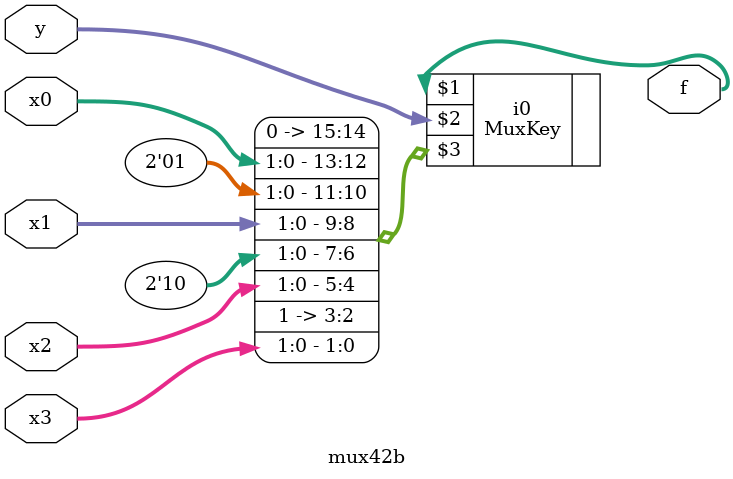
<source format=v>
module mux42b(y,x0,x1,x2,x3,f);
  input [1:0] x0, x1, x2, x3, y;
  output [1:0] f;

  MuxKey #(4, 2, 2) i0 (f, y, {
	  2'b00, x0,
	  2'b01, x1,
      2'b10, x2,
	  2'b11, x3 
	  });
endmodule

</source>
